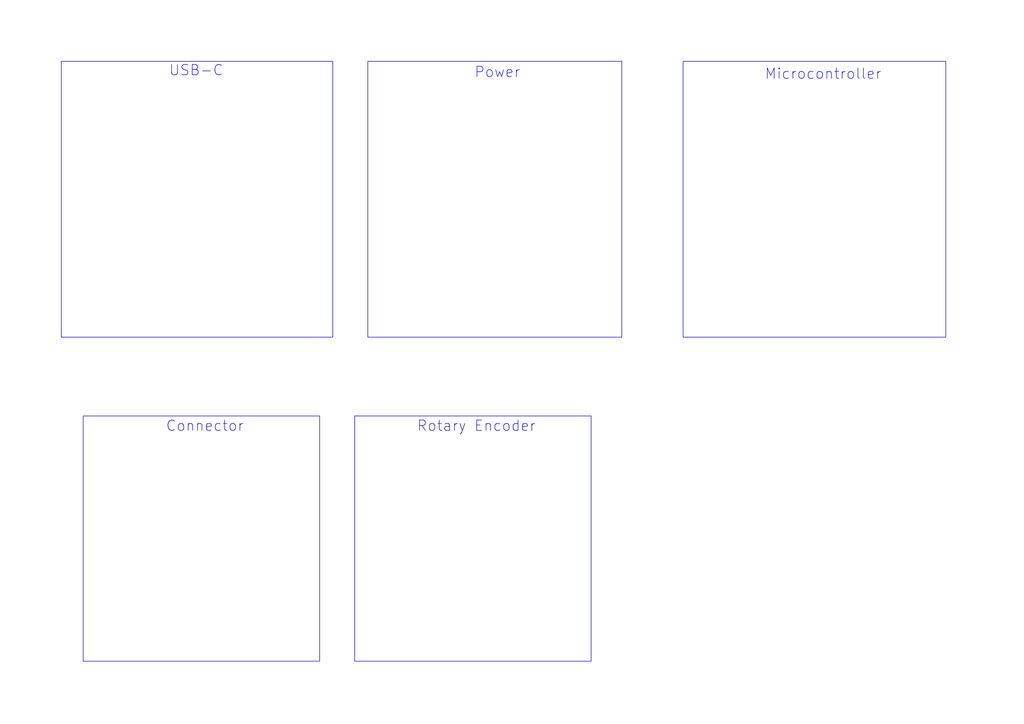
<source format=kicad_sch>
(kicad_sch
	(version 20231120)
	(generator "eeschema")
	(generator_version "8.0")
	(uuid "6f076f19-1567-4114-9362-5814b14f5faf")
	(paper "A4")
	(lib_symbols)
	(rectangle
		(start 24.13 120.65)
		(end 92.71 191.77)
		(stroke
			(width 0)
			(type default)
		)
		(fill
			(type none)
		)
		(uuid 082a1b8f-ddfe-4b90-95c3-c731df11295d)
	)
	(rectangle
		(start 106.68 17.78)
		(end 180.34 97.79)
		(stroke
			(width 0)
			(type default)
		)
		(fill
			(type none)
		)
		(uuid 176c0611-87bf-4006-bb6c-fdd934a26d98)
	)
	(rectangle
		(start 102.87 120.65)
		(end 171.45 191.77)
		(stroke
			(width 0)
			(type default)
		)
		(fill
			(type none)
		)
		(uuid a6d1fd5e-2984-44b7-bfa9-cb330cabed52)
	)
	(rectangle
		(start 17.78 17.78)
		(end 96.52 97.79)
		(stroke
			(width 0)
			(type default)
		)
		(fill
			(type none)
		)
		(uuid c885e174-b483-46cc-8e86-10901cf07a01)
	)
	(rectangle
		(start 198.12 17.78)
		(end 274.32 97.79)
		(stroke
			(width 0)
			(type default)
		)
		(fill
			(type none)
		)
		(uuid ff7126a0-9ef0-4a7c-ad62-915a7da41cf2)
	)
	(text "Connector"
		(exclude_from_sim no)
		(at 59.436 123.698 0)
		(effects
			(font
				(size 3 3)
			)
		)
		(uuid "08af44ce-fcfb-407b-bd0b-1e5a9d0025a2")
	)
	(text "Microcontroller"
		(exclude_from_sim no)
		(at 238.76 21.59 0)
		(effects
			(font
				(size 3 3)
			)
		)
		(uuid "5410e628-5bab-4d03-9ab1-1137ffb2470d")
	)
	(text "Rotary Encoder"
		(exclude_from_sim no)
		(at 138.176 123.698 0)
		(effects
			(font
				(size 3 3)
			)
		)
		(uuid "5b74878f-de89-4d88-8803-edb2661b4dbb")
	)
	(text "Power"
		(exclude_from_sim no)
		(at 144.272 21.082 0)
		(effects
			(font
				(size 3 3)
			)
		)
		(uuid "623bd9fc-97cd-4a96-a7cc-a15b5100c26b")
	)
	(text "USB-C"
		(exclude_from_sim no)
		(at 56.896 20.574 0)
		(effects
			(font
				(size 3 3)
			)
		)
		(uuid "91cb04c3-2b97-4b28-9637-77c8cd464c3c")
	)
	(sheet_instances
		(path "/"
			(page "1")
		)
	)
)

</source>
